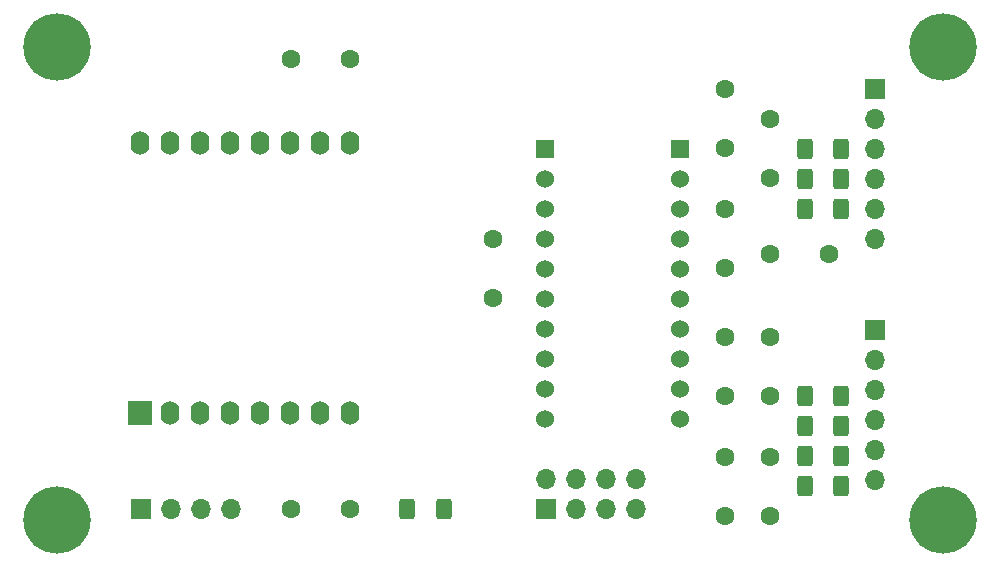
<source format=gts>
G04 #@! TF.GenerationSoftware,KiCad,Pcbnew,6.0.11-2627ca5db0~126~ubuntu22.04.1*
G04 #@! TF.CreationDate,2023-04-26T19:26:48+03:00*
G04 #@! TF.ProjectId,layzspa-wifi-remote,6c61797a-7370-4612-9d77-6966692d7265,rev?*
G04 #@! TF.SameCoordinates,Original*
G04 #@! TF.FileFunction,Soldermask,Top*
G04 #@! TF.FilePolarity,Negative*
%FSLAX46Y46*%
G04 Gerber Fmt 4.6, Leading zero omitted, Abs format (unit mm)*
G04 Created by KiCad (PCBNEW 6.0.11-2627ca5db0~126~ubuntu22.04.1) date 2023-04-26 19:26:48*
%MOMM*%
%LPD*%
G01*
G04 APERTURE LIST*
G04 Aperture macros list*
%AMRoundRect*
0 Rectangle with rounded corners*
0 $1 Rounding radius*
0 $2 $3 $4 $5 $6 $7 $8 $9 X,Y pos of 4 corners*
0 Add a 4 corners polygon primitive as box body*
4,1,4,$2,$3,$4,$5,$6,$7,$8,$9,$2,$3,0*
0 Add four circle primitives for the rounded corners*
1,1,$1+$1,$2,$3*
1,1,$1+$1,$4,$5*
1,1,$1+$1,$6,$7*
1,1,$1+$1,$8,$9*
0 Add four rect primitives between the rounded corners*
20,1,$1+$1,$2,$3,$4,$5,0*
20,1,$1+$1,$4,$5,$6,$7,0*
20,1,$1+$1,$6,$7,$8,$9,0*
20,1,$1+$1,$8,$9,$2,$3,0*%
G04 Aperture macros list end*
%ADD10R,1.700000X1.700000*%
%ADD11O,1.700000X1.700000*%
%ADD12R,2.000000X2.000000*%
%ADD13O,1.600000X2.000000*%
%ADD14RoundRect,0.250000X-0.400000X-0.625000X0.400000X-0.625000X0.400000X0.625000X-0.400000X0.625000X0*%
%ADD15C,1.600000*%
%ADD16RoundRect,0.250000X0.400000X0.625000X-0.400000X0.625000X-0.400000X-0.625000X0.400000X-0.625000X0*%
%ADD17C,3.600000*%
%ADD18C,5.700000*%
%ADD19C,1.524000*%
%ADD20R,1.524000X1.524000*%
G04 APERTURE END LIST*
D10*
X107950000Y-54760000D03*
D11*
X107950000Y-57300000D03*
X107950000Y-59840000D03*
X107950000Y-62380000D03*
X107950000Y-64920000D03*
X107950000Y-67460000D03*
D12*
X45720000Y-61745000D03*
D13*
X48260000Y-61745000D03*
X50800000Y-61745000D03*
X53340000Y-61745000D03*
X55880000Y-61745000D03*
X58420000Y-61745000D03*
X60960000Y-61745000D03*
X63500000Y-61745000D03*
X63500000Y-38885000D03*
X60960000Y-38885000D03*
X58420000Y-38885000D03*
X55880000Y-38885000D03*
X53340000Y-38885000D03*
X50800000Y-38885000D03*
X48260000Y-38885000D03*
X45720000Y-38885000D03*
D14*
X68300000Y-69850000D03*
X71400000Y-69850000D03*
D15*
X99060000Y-48260000D03*
X104060000Y-48260000D03*
D16*
X105055000Y-44450000D03*
X101955000Y-44450000D03*
D15*
X95250000Y-39330000D03*
X95250000Y-34330000D03*
X63460000Y-31750000D03*
X58460000Y-31750000D03*
D17*
X113700000Y-70800000D03*
D18*
X113700000Y-70800000D03*
D19*
X80010000Y-52070000D03*
X91440000Y-52070000D03*
X91440000Y-49530000D03*
D20*
X91440000Y-39370000D03*
D19*
X91440000Y-41910000D03*
X91440000Y-44450000D03*
X91440000Y-46990000D03*
X91440000Y-54610000D03*
X91440000Y-57150000D03*
X91440000Y-59690000D03*
X91440000Y-62230000D03*
X80010000Y-49530000D03*
D20*
X80010000Y-39370000D03*
D19*
X80010000Y-41910000D03*
X80010000Y-44450000D03*
X80010000Y-46990000D03*
X80010000Y-54610000D03*
X80010000Y-57150000D03*
X80010000Y-59690000D03*
X80010000Y-62230000D03*
D16*
X105055000Y-65405000D03*
X101955000Y-65405000D03*
D15*
X95250000Y-65445000D03*
X95250000Y-70445000D03*
X99060000Y-65445000D03*
X99060000Y-70445000D03*
X99060000Y-60285000D03*
X99060000Y-55285000D03*
D18*
X38700000Y-30800000D03*
D17*
X38700000Y-30800000D03*
D18*
X113700000Y-30800000D03*
D17*
X113700000Y-30800000D03*
D16*
X105055000Y-60325000D03*
X101955000Y-60325000D03*
D10*
X107950000Y-34290000D03*
D11*
X107950000Y-36830000D03*
X107950000Y-39370000D03*
X107950000Y-41910000D03*
X107950000Y-44450000D03*
X107950000Y-46990000D03*
D16*
X105055000Y-67945000D03*
X101955000Y-67945000D03*
D15*
X75565000Y-52030000D03*
X75565000Y-47030000D03*
X63460000Y-69850000D03*
X58460000Y-69850000D03*
D16*
X105055000Y-62865000D03*
X101955000Y-62865000D03*
D10*
X45730000Y-69850000D03*
D11*
X48270000Y-69850000D03*
X50810000Y-69850000D03*
X53350000Y-69850000D03*
D10*
X80020000Y-69855000D03*
D11*
X80020000Y-67315000D03*
X82560000Y-69855000D03*
X82560000Y-67315000D03*
X85100000Y-69855000D03*
X85100000Y-67315000D03*
X87640000Y-69855000D03*
X87640000Y-67315000D03*
D16*
X105055000Y-39370000D03*
X101955000Y-39370000D03*
X105055000Y-41910000D03*
X101955000Y-41910000D03*
D15*
X95250000Y-49490000D03*
X95250000Y-44490000D03*
X99060000Y-41870000D03*
X99060000Y-36870000D03*
X95250000Y-60285000D03*
X95250000Y-55285000D03*
D17*
X38700000Y-70800000D03*
D18*
X38700000Y-70800000D03*
M02*

</source>
